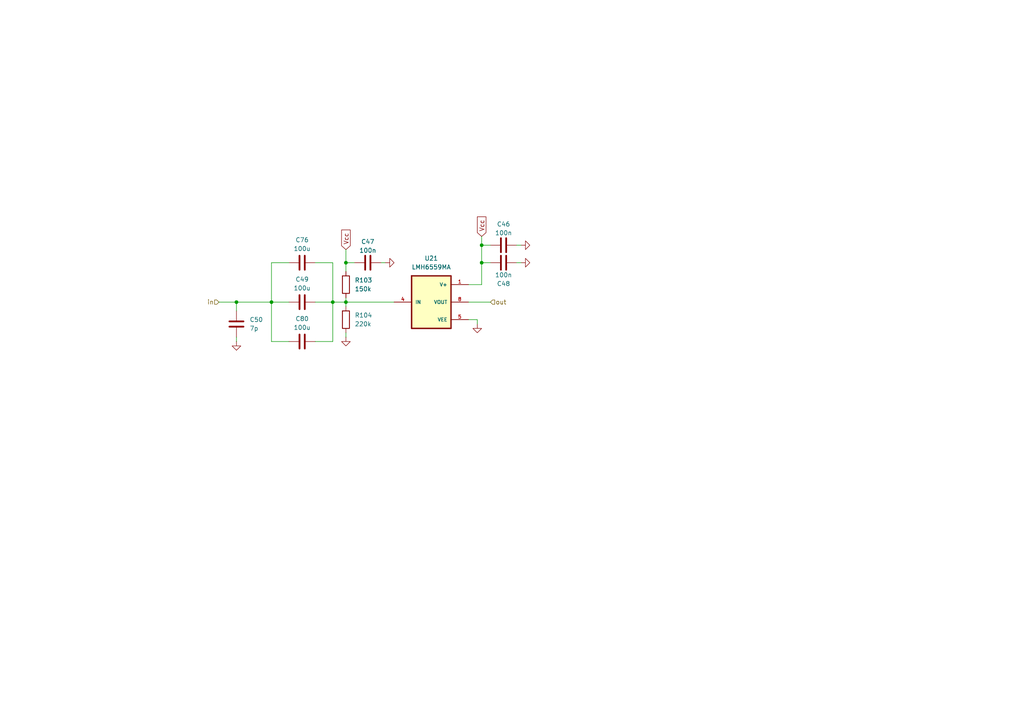
<source format=kicad_sch>
(kicad_sch (version 20250114) (generator "eeschema") (generator_version "9.0")
  (paper "A4")
  (lib_symbols
    (symbol "Device:C" (pin_numbers (hide yes)) (pin_names (offset 0.254))
      (property "Reference" "C" (at 0.635 2.54 0))
      (property "Value" "C" (at 0.635 -2.54 0))
      (symbol "C_0_1"
        (polyline (pts (xy -2.032 0.762) (xy 2.032 0.762)) (stroke (width 0.508)))
        (polyline (pts (xy -2.032 -0.762) (xy 2.032 -0.762)) (stroke (width 0.508)))
      )
      (symbol "C_1_1"
        (pin passive line (at 0 3.81 270) (length 2.794) (name "~") (number "1"))
        (pin passive line (at 0 -3.81 90) (length 2.794) (name "~") (number "2"))
      )
    )
    (symbol "Device:R" (pin_numbers (hide yes)) (pin_names (offset 0))
      (property "Reference" "R" (at 2.032 0 90))
      (property "Value" "R" (at 0 0 90))
      (symbol "R_0_1"
        (rectangle (start -1.016 -2.54) (end 1.016 2.54) (stroke (width 0.254)))
      )
      (symbol "R_1_1"
        (pin passive line (at 0 3.81 270) (length 1.27) (name "~") (number "1"))
        (pin passive line (at 0 -3.81 90) (length 1.27) (name "~") (number "2"))
      )
    )
    (symbol "LMH6559MA:LMH6559MA" (pin_names (offset 1.016))
      (property "Reference" "U" (at -12.7 8.62 0))
      (property "Value" "LMH6559MA" (at -12.7 -11.62 0))
      (symbol "LMH6559MA_0_0"
        (rectangle (start -12.7 7.62) (end -1.27 -7.62) (stroke (width 0.41)) (fill (type background)))
        (pin input line (at -17.78 0 0) (length 5.08) (name "IN") (number "4"))
        (pin power_in line (at 3.81 5.08 180) (length 5.08) (name "V+") (number "1"))
        (pin output line (at 3.81 0 180) (length 5.08) (name "VOUT") (number "8"))
        (pin power_in line (at 3.81 -5.08 180) (length 5.08) (name "VEE") (number "5"))
      )
    )
    (symbol "power:GND" (power) (pin_numbers (hide yes)) (pin_names (offset 0) (hide yes))
      (property "Value" "GND" (at 0 -3.81 0))
      (symbol "GND_0_1"
        (polyline (pts (xy 0 0) (xy 0 -1.27) (xy 1.27 -1.27) (xy 0 -2.54) (xy -1.27 -1.27) (xy 0 -1.27)))
      )
      (symbol "GND_1_1"
        (pin power_in line (at 0 0 270) (length 0) (name "~") (number "1"))
      )
    )
  )
  (junction (at 139.7 76.2))
  (junction (at 96.52 87.63))
  (junction (at 78.74 87.63))
  (junction (at 139.7 71.12))
  (junction (at 68.58 87.63))
  (junction (at 100.33 76.2))
  (junction (at 100.33 87.63))
  (wire (pts (xy 139.7 76.2) (xy 139.7 82.55)))
  (wire (pts (xy 63.5 87.63) (xy 68.58 87.63)))
  (wire (pts (xy 135.89 92.71) (xy 138.43 92.71)))
  (wire (pts (xy 68.58 87.63) (xy 68.58 90.17)))
  (wire (pts (xy 100.33 86.36) (xy 100.33 87.63)))
  (wire (pts (xy 100.33 87.63) (xy 100.33 88.9)))
  (wire (pts (xy 149.86 71.12) (xy 151.13 71.12)))
  (wire (pts (xy 100.33 72.39) (xy 100.33 76.2)))
  (wire (pts (xy 100.33 76.2) (xy 102.87 76.2)))
  (wire (pts (xy 100.33 76.2) (xy 100.33 78.74)))
  (wire (pts (xy 91.44 76.2) (xy 96.52 76.2)))
  (wire (pts (xy 96.52 76.2) (xy 96.52 87.63)))
  (wire (pts (xy 139.7 71.12) (xy 142.24 71.12)))
  (wire (pts (xy 78.74 99.06) (xy 78.74 87.63)))
  (wire (pts (xy 139.7 76.2) (xy 142.24 76.2)))
  (wire (pts (xy 96.52 87.63) (xy 96.52 99.06)))
  (wire (pts (xy 138.43 92.71) (xy 138.43 93.98)))
  (wire (pts (xy 100.33 87.63) (xy 114.3 87.63)))
  (wire (pts (xy 135.89 82.55) (xy 139.7 82.55)))
  (wire (pts (xy 139.7 68.58) (xy 139.7 71.12)))
  (wire (pts (xy 78.74 76.2) (xy 83.82 76.2)))
  (wire (pts (xy 110.49 76.2) (xy 111.76 76.2)))
  (wire (pts (xy 96.52 99.06) (xy 91.44 99.06)))
  (wire (pts (xy 139.7 71.12) (xy 139.7 76.2)))
  (wire (pts (xy 149.86 76.2) (xy 151.13 76.2)))
  (wire (pts (xy 78.74 87.63) (xy 83.82 87.63)))
  (wire (pts (xy 135.89 87.63) (xy 142.24 87.63)))
  (wire (pts (xy 83.82 99.06) (xy 78.74 99.06)))
  (wire (pts (xy 91.44 87.63) (xy 96.52 87.63)))
  (wire (pts (xy 68.58 87.63) (xy 78.74 87.63)))
  (wire (pts (xy 100.33 96.52) (xy 100.33 97.79)))
  (wire (pts (xy 78.74 87.63) (xy 78.74 76.2)))
  (wire (pts (xy 96.52 87.63) (xy 100.33 87.63)))
  (wire (pts (xy 68.58 97.79) (xy 68.58 99.06)))
  (global_label "Vcc" (shape input) (at 100.33 72.39 90) (property "Intersheetrefs" "${INTERSHEET_REFS}" (effects (hide yes))))
  (global_label "Vcc" (shape input) (at 139.7 68.58 90) (property "Intersheetrefs" "${INTERSHEET_REFS}" (effects (hide yes))))
  (hierarchical_label "out" (shape input) (at 142.24 87.63 0))
  (hierarchical_label "in" (shape input) (at 63.5 87.63 180))
  (symbol (lib_id "power:GND") (at 100.33 97.79 0) (unit 1)
    (property "Reference" "#PWR069" (effects (hide yes)))
    (property "Value" "GND" (effects (hide yes)))
    (property "Description" "Power symbol creates a global label with name \"GND\" , ground" (effects (hide yes)))
    (instances (project "teensytx" (path "" (reference "#PWR046") (unit 1)) (path "" (reference "#PWR053") (unit 1)) (path "" (reference "#PWR039") (unit 1)) (path "" (reference "#PWR069") (unit 1))))
  )
  (symbol (lib_id "power:GND") (at 111.76 76.2 90) (unit 1)
    (property "Reference" "#PWR065" (effects (hide yes)))
    (property "Value" "GND" (effects (hide yes)))
    (property "Description" "Power symbol creates a global label with name \"GND\" , ground" (effects (hide yes)))
    (instances (project "teensytx" (path "" (reference "#PWR042") (unit 1)) (path "" (reference "#PWR049") (unit 1)) (path "" (reference "#PWR035") (unit 1)) (path "" (reference "#PWR065") (unit 1))))
  )
  (symbol (lib_id "power:GND") (at 151.13 71.12 90) (unit 1)
    (property "Reference" "#PWR033" (effects (hide yes)))
    (property "Value" "GND" (effects (hide yes)))
    (property "Description" "Power symbol creates a global label with name \"GND\" , ground" (effects (hide yes)))
    (instances (project "teensytx" (path "" (reference "#PWR041") (unit 1)) (path "" (reference "#PWR048") (unit 1)) (path "" (reference "#PWR034") (unit 1)) (path "" (reference "#PWR033") (unit 1))))
  )
  (symbol (lib_id "Device:C") (at 68.58 93.98 0) (unit 1)
    (property "Reference" "C69" (at 72.39 92.7099 0) (effects (justify left)))
    (property "Value" "7p" (at 72.39 95.2499 0) (effects (justify left)))
    (property "Footprint" "Capacitor_SMD:C_0805_2012Metric_Pad1.18x1.45mm_HandSolder" (effects (hide yes)))
    (property "Description" "Unpolarized capacitor" (effects (hide yes)))
    (instances (project "teensytx" (path "" (reference "C50") (unit 1)) (path "" (reference "C55") (unit 1)) (path "" (reference "C45") (unit 1)) (path "" (reference "C69") (unit 1))))
  )
  (symbol (lib_id "LMH6559MA:LMH6559MA") (at 132.08 87.63 0) (unit 1)
    (property "Reference" "U19" (at 125.095 74.93 0))
    (property "Value" "LMH6559MA" (at 125.095 77.47 0))
    (property "Footprint" "LMH6559MA_NOPB:SOIC127P599X175-8N" (effects (hide yes)))
    (instances (project "" (path "" (reference "U21") (unit 1)) (path "" (reference "U22") (unit 1)) (path "" (reference "U20") (unit 1)) (path "" (reference "U19") (unit 1))))
  )
  (symbol (lib_id "Device:C") (at 87.63 87.63 90) (unit 1)
    (property "Reference" "C68" (at 87.63 81.026 90))
    (property "Value" "100u" (at 87.63 83.566 90))
    (property "Footprint" "Capacitor_SMD:C_1206_3216Metric_Pad1.33x1.80mm_HandSolder" (effects (hide yes)))
    (property "Description" "Unpolarized capacitor" (effects (hide yes)))
    (instances (project "teensytx" (path "" (reference "C49") (unit 1)) (path "" (reference "C54") (unit 1)) (path "" (reference "C10") (unit 1)) (path "" (reference "C68") (unit 1))))
  )
  (symbol (lib_id "power:GND") (at 138.43 93.98 0) (unit 1)
    (property "Reference" "#PWR037" (effects (hide yes)))
    (property "Value" "GND" (effects (hide yes)))
    (property "Description" "Power symbol creates a global label with name \"GND\" , ground" (effects (hide yes)))
    (instances (project "teensytx" (path "" (reference "#PWR044") (unit 1)) (path "" (reference "#PWR045") (unit 1)) (path "" (reference "#PWR038") (unit 1)) (path "" (reference "#PWR037") (unit 1))))
  )
  (symbol (lib_id "power:GND") (at 151.13 76.2 90) (unit 1)
    (property "Reference" "#PWR066" (effects (hide yes)))
    (property "Value" "GND" (effects (hide yes)))
    (property "Description" "Power symbol creates a global label with name \"GND\" , ground" (effects (hide yes)))
    (instances (project "teensytx" (path "" (reference "#PWR043") (unit 1)) (path "" (reference "#PWR050") (unit 1)) (path "" (reference "#PWR036") (unit 1)) (path "" (reference "#PWR066") (unit 1))))
  )
  (symbol (lib_id "Device:C") (at 87.63 76.2 90) (unit 1)
    (property "Reference" "C74" (at 87.63 69.596 90))
    (property "Value" "100u" (at 87.63 72.136 90))
    (property "Footprint" "Capacitor_SMD:C_1206_3216Metric_Pad1.33x1.80mm_HandSolder" (effects (hide yes)))
    (property "Description" "Unpolarized capacitor" (effects (hide yes)))
    (instances (project "teensytx" (path "" (reference "C76") (unit 1)) (path "" (reference "C77") (unit 1)) (path "" (reference "C75") (unit 1)) (path "" (reference "C74") (unit 1))))
  )
  (symbol (lib_id "Device:R") (at 100.33 82.55 180) (unit 1)
    (property "Reference" "R129" (at 102.87 81.2799 0) (effects (justify right)))
    (property "Value" "150k" (at 102.87 83.8199 0) (effects (justify right)))
    (property "Footprint" "Resistor_SMD:R_0805_2012Metric_Pad1.20x1.40mm_HandSolder" (effects (hide yes)))
    (property "Description" "Resistor" (effects (hide yes)))
    (instances (project "teensytx" (path "" (reference "R103") (unit 1)) (path "" (reference "R122") (unit 1)) (path "" (reference "R99") (unit 1)) (path "" (reference "R129") (unit 1))))
  )
  (symbol (lib_id "Device:R") (at 100.33 92.71 180) (unit 1)
    (property "Reference" "R138" (at 102.87 91.4399 0) (effects (justify right)))
    (property "Value" "220k" (at 102.87 93.9799 0) (effects (justify right)))
    (property "Footprint" "Resistor_SMD:R_0805_2012Metric_Pad1.20x1.40mm_HandSolder" (effects (hide yes)))
    (property "Description" "Resistor" (effects (hide yes)))
    (instances (project "teensytx" (path "" (reference "R104") (unit 1)) (path "" (reference "R123") (unit 1)) (path "" (reference "R100") (unit 1)) (path "" (reference "R138") (unit 1))))
  )
  (symbol (lib_id "Device:C") (at 146.05 71.12 90) (unit 1)
    (property "Reference" "C65" (at 146.05 65.024 90))
    (property "Value" "100n" (at 146.05 67.564 90))
    (property "Footprint" "Capacitor_SMD:C_0805_2012Metric_Pad1.18x1.45mm_HandSolder" (effects (hide yes)))
    (property "Description" "Unpolarized capacitor" (effects (hide yes)))
    (instances (project "teensytx" (path "" (reference "C46") (unit 1)) (path "" (reference "C51") (unit 1)) (path "" (reference "C4") (unit 1)) (path "" (reference "C65") (unit 1))))
  )
  (symbol (lib_id "Device:C") (at 87.63 99.06 90) (unit 1)
    (property "Reference" "C78" (at 87.63 92.456 90))
    (property "Value" "100u" (at 87.63 94.996 90))
    (property "Footprint" "Capacitor_SMD:C_1206_3216Metric_Pad1.33x1.80mm_HandSolder" (effects (hide yes)))
    (property "Description" "Unpolarized capacitor" (effects (hide yes)))
    (instances (project "teensytx" (path "" (reference "C80") (unit 1)) (path "" (reference "C81") (unit 1)) (path "" (reference "C79") (unit 1)) (path "" (reference "C78") (unit 1))))
  )
  (symbol (lib_id "Device:C") (at 106.68 76.2 90) (unit 1)
    (property "Reference" "C66" (at 106.68 70.104 90))
    (property "Value" "100n" (at 106.68 72.644 90))
    (property "Footprint" "Capacitor_SMD:C_0805_2012Metric_Pad1.18x1.45mm_HandSolder" (effects (hide yes)))
    (property "Description" "Unpolarized capacitor" (effects (hide yes)))
    (instances (project "teensytx" (path "" (reference "C47") (unit 1)) (path "" (reference "C52") (unit 1)) (path "" (reference "C5") (unit 1)) (path "" (reference "C66") (unit 1))))
  )
  (symbol (lib_id "Device:C") (at 146.05 76.2 90) (mirror x) (unit 1)
    (property "Reference" "C67" (at 146.05 82.296 90))
    (property "Value" "100n" (at 146.05 79.756 90))
    (property "Footprint" "Capacitor_SMD:C_0805_2012Metric_Pad1.18x1.45mm_HandSolder" (effects (hide yes)))
    (property "Description" "Unpolarized capacitor" (effects (hide yes)))
    (instances (project "teensytx" (path "" (reference "C48") (unit 1)) (path "" (reference "C53") (unit 1)) (path "" (reference "C9") (unit 1)) (path "" (reference "C67") (unit 1))))
  )
  (symbol (lib_id "power:GND") (at 68.58 99.06 0) (unit 1)
    (property "Reference" "#PWR070" (effects (hide yes)))
    (property "Value" "GND" (effects (hide yes)))
    (property "Description" "Power symbol creates a global label with name \"GND\" , ground" (effects (hide yes)))
    (instances (project "teensytx" (path "" (reference "#PWR047") (unit 1)) (path "" (reference "#PWR054") (unit 1)) (path "" (reference "#PWR040") (unit 1)) (path "" (reference "#PWR070") (unit 1))))
  )
)
</source>
